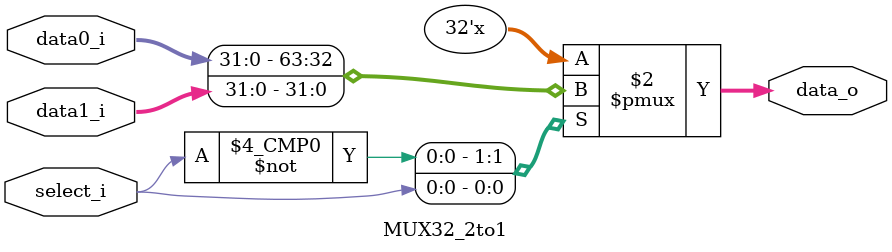
<source format=v>
module MUX32_2to1 (select_i, data0_i, data1_i, data_o);

    input [31:0] data0_i, data1_i;
    input select_i;
    output reg [31:0] data_o;

    always@(*) begin
        case(select_i)
            2'b0 : begin
                data_o <= data0_i;
            end
            2'b1 : begin
                data_o <= data1_i;
            end
    endcase
    end

endmodule
</source>
